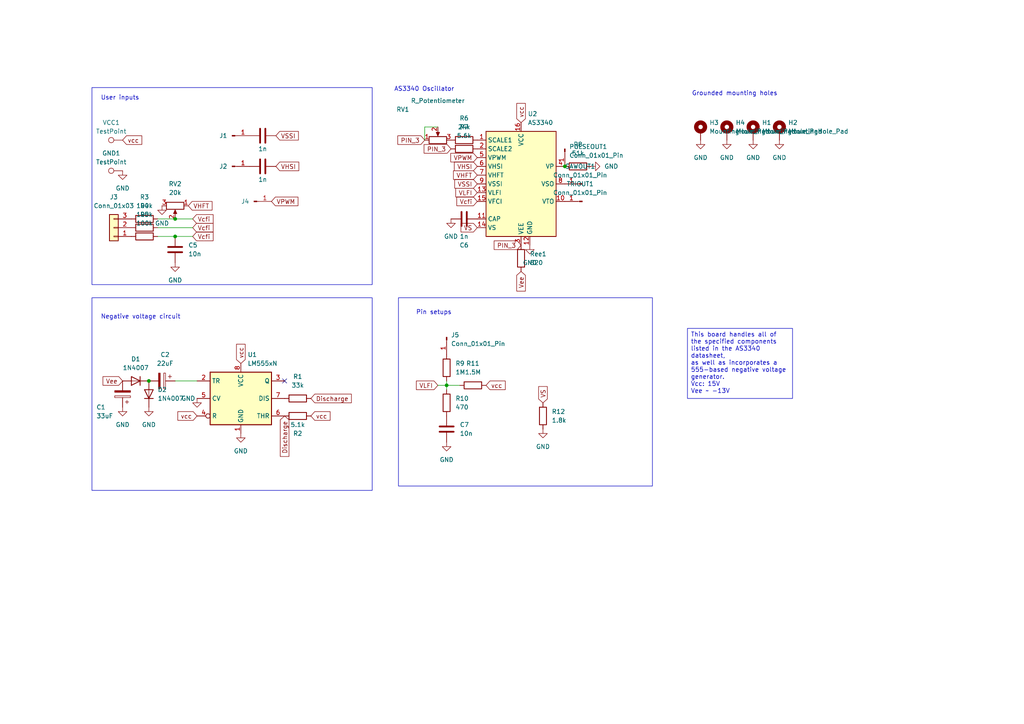
<source format=kicad_sch>
(kicad_sch (version 20230121) (generator eeschema)
  (paper "A4")
  (lib_symbols
    (symbol "Audio:AS3340"
      (property "Reference" "U" (at -5.08 17.78 0))
      (property "Value" "AS3340" (at 5.08 17.78 0))
      (symbol "AS3340_0_1"
        (rectangle (start -10.16 15.24) (end 10.16 -15.24) (stroke (width 0.254)) (fill (type background)))
      )
      (symbol "AS3340_1_1"
        (pin input line (at -12.7 12.7 0) (length 2.54) (name "SCALE1") (number "1"))
        (pin output line (at 12.7 -5.08 180) (length 2.54) (name "VTO") (number "10"))
        (pin passive line (at -12.7 -10.16 0) (length 2.54) (name "CAP") (number "11"))
        (pin power_in line (at 2.54 -17.78 90) (length 2.54) (name "GND") (number "12"))
        (pin input line (at -12.7 -2.54 0) (length 2.54) (name "VLFI") (number "13"))
        (pin passive line (at -12.7 -12.7 0) (length 2.54) (name "VS") (number "14"))
        (pin input line (at -12.7 -5.08 0) (length 2.54) (name "VFCI") (number "15"))
        (pin power_in line (at 0 17.78 270) (length 2.54) (name "VCC") (number "16"))
        (pin input line (at -12.7 10.16 0) (length 2.54) (name "SCALE2") (number "2"))
        (pin power_in line (at 0 -17.78 90) (length 2.54) (name "VEE") (number "3"))
        (pin output line (at 12.7 5.08 180) (length 2.54) (name "VP") (number "4"))
        (pin input line (at -12.7 7.62 0) (length 2.54) (name "VPWM") (number "5"))
        (pin input line (at -12.7 5.08 0) (length 2.54) (name "VHSI") (number "6"))
        (pin input line (at -12.7 2.54 0) (length 2.54) (name "VHFT") (number "7"))
        (pin output line (at 12.7 0 180) (length 2.54) (name "VSO") (number "8"))
        (pin input line (at -12.7 0 0) (length 2.54) (name "VSSI") (number "9"))
      )
    )
    (symbol "Connector:Conn_01x01_Pin" (pin_names (offset 1.016) hide)
      (property "Reference" "J" (at 0 2.54 0))
      (property "Value" "Conn_01x01_Pin" (at 0 -2.54 0))
      (symbol "Conn_01x01_Pin_1_1"
        (polyline (pts (xy 1.27 0) (xy 0.8636 0)) (stroke (width 0.1524)))
        (rectangle (start 0.8636 0.127) (end 0 -0.127) (stroke (width 0.1524)) (fill (type outline)))
        (pin passive line (at 5.08 0 180) (length 3.81) (name "Pin_1") (number "1"))
      )
    )
    (symbol "Connector:TestPoint" (pin_numbers hide) (pin_names (offset 0.762) hide)
      (property "Reference" "TP" (at 0 6.858 0))
      (property "Value" "TestPoint" (at 0 5.08 0))
      (symbol "TestPoint_0_1"
        (circle (center 0 3.302) (radius 0.762))
      )
      (symbol "TestPoint_1_1"
        (pin passive line (at 0 0 90) (length 2.54) (name "1") (number "1"))
      )
    )
    (symbol "Connector_Generic:Conn_01x03" (pin_names (offset 1.016) hide)
      (property "Reference" "J" (at 0 5.08 0))
      (property "Value" "Conn_01x03" (at 0 -5.08 0))
      (symbol "Conn_01x03_1_1"
        (rectangle (start -1.27 -2.413) (end 0 -2.667) (stroke (width 0.1524)))
        (rectangle (start -1.27 0.127) (end 0 -0.127) (stroke (width 0.1524)))
        (rectangle (start -1.27 2.667) (end 0 2.413) (stroke (width 0.1524)))
        (rectangle (start -1.27 3.81) (end 1.27 -3.81) (stroke (width 0.254)) (fill (type background)))
        (pin passive line (at -5.08 2.54 0) (length 3.81) (name "Pin_1") (number "1"))
        (pin passive line (at -5.08 0 0) (length 3.81) (name "Pin_2") (number "2"))
        (pin passive line (at -5.08 -2.54 0) (length 3.81) (name "Pin_3") (number "3"))
      )
    )
    (symbol "Device:C" (pin_numbers hide) (pin_names (offset 0.254))
      (property "Reference" "C" (at 0.635 2.54 0))
      (property "Value" "C" (at 0.635 -2.54 0))
      (symbol "C_0_1"
        (polyline (pts (xy -2.032 -0.762) (xy 2.032 -0.762)) (stroke (width 0.508)))
        (polyline (pts (xy -2.032 0.762) (xy 2.032 0.762)) (stroke (width 0.508)))
      )
      (symbol "C_1_1"
        (pin passive line (at 0 3.81 270) (length 2.794) (name "~") (number "1"))
        (pin passive line (at 0 -3.81 90) (length 2.794) (name "~") (number "2"))
      )
    )
    (symbol "Device:C_Polarized" (pin_numbers hide) (pin_names (offset 0.254))
      (property "Reference" "C" (at 0.635 2.54 0))
      (property "Value" "C_Polarized" (at 0.635 -2.54 0))
      (symbol "C_Polarized_0_1"
        (rectangle (start -2.286 0.508) (end 2.286 1.016))
        (polyline (pts (xy -1.778 2.286) (xy -0.762 2.286)))
        (polyline (pts (xy -1.27 2.794) (xy -1.27 1.778)))
        (rectangle (start 2.286 -0.508) (end -2.286 -1.016) (fill (type outline)))
      )
      (symbol "C_Polarized_1_1"
        (pin passive line (at 0 3.81 270) (length 2.794) (name "~") (number "1"))
        (pin passive line (at 0 -3.81 90) (length 2.794) (name "~") (number "2"))
      )
    )
    (symbol "Device:R" (pin_numbers hide) (pin_names (offset 0))
      (property "Reference" "R" (at 2.032 0 90))
      (property "Value" "R" (at 0 0 90))
      (symbol "R_0_1"
        (rectangle (start -1.016 -2.54) (end 1.016 2.54) (stroke (width 0.254)))
      )
      (symbol "R_1_1"
        (pin passive line (at 0 3.81 270) (length 1.27) (name "~") (number "1"))
        (pin passive line (at 0 -3.81 90) (length 1.27) (name "~") (number "2"))
      )
    )
    (symbol "Device:R_Potentiometer" (pin_names (offset 1.016) hide)
      (property "Reference" "RV" (at -4.445 0 90))
      (property "Value" "R_Potentiometer" (at -2.54 0 90))
      (symbol "R_Potentiometer_0_1"
        (polyline (pts (xy 2.54 0) (xy 1.524 0)))
        (polyline (pts (xy 1.143 0) (xy 2.286 0.508) (xy 2.286 -0.508) (xy 1.143 0)) (fill (type outline)))
        (rectangle (start 1.016 2.54) (end -1.016 -2.54) (stroke (width 0.254)))
      )
      (symbol "R_Potentiometer_1_1"
        (pin passive line (at 0 3.81 270) (length 1.27) (name "1") (number "1"))
        (pin passive line (at 3.81 0 180) (length 1.27) (name "2") (number "2"))
        (pin passive line (at 0 -3.81 90) (length 1.27) (name "3") (number "3"))
      )
    )
    (symbol "Diode:1N4007" (pin_numbers hide) (pin_names hide)
      (property "Reference" "D" (at 0 2.54 0))
      (property "Value" "1N4007" (at 0 -2.54 0))
      (symbol "1N4007_0_1"
        (polyline (pts (xy -1.27 1.27) (xy -1.27 -1.27)) (stroke (width 0.254)))
        (polyline (pts (xy 1.27 0) (xy -1.27 0)))
        (polyline (pts (xy 1.27 1.27) (xy 1.27 -1.27) (xy -1.27 0) (xy 1.27 1.27)) (stroke (width 0.254)))
      )
      (symbol "1N4007_1_1"
        (pin passive line (at -3.81 0 0) (length 2.54) (name "K") (number "1"))
        (pin passive line (at 3.81 0 180) (length 2.54) (name "A") (number "2"))
      )
    )
    (symbol "Mechanical:MountingHole_Pad" (pin_numbers hide) (pin_names (offset 1.016) hide)
      (property "Reference" "H" (at 0 6.35 0))
      (property "Value" "MountingHole_Pad" (at 0 4.445 0))
      (symbol "MountingHole_Pad_0_1"
        (circle (center 0 1.27) (radius 1.27) (stroke (width 1.27)))
      )
      (symbol "MountingHole_Pad_1_1"
        (pin input line (at 0 -2.54 90) (length 2.54) (name "1") (number "1"))
      )
    )
    (symbol "Timer:LM555xN"
      (property "Reference" "U" (at -10.16 8.89 0))
      (property "Value" "LM555xN" (at 2.54 8.89 0))
      (symbol "LM555xN_0_0"
        (pin power_in line (at 0 -10.16 90) (length 2.54) (name "GND") (number "1"))
        (pin power_in line (at 0 10.16 270) (length 2.54) (name "VCC") (number "8"))
      )
      (symbol "LM555xN_0_1"
        (rectangle (start -8.89 -7.62) (end 8.89 7.62) (stroke (width 0.254)) (fill (type background)))
        (rectangle (start -8.89 -7.62) (end 8.89 7.62) (stroke (width 0.254)) (fill (type background)))
      )
      (symbol "LM555xN_1_1"
        (pin input line (at -12.7 5.08 0) (length 3.81) (name "TR") (number "2"))
        (pin output line (at 12.7 5.08 180) (length 3.81) (name "Q") (number "3"))
        (pin input inverted (at -12.7 -5.08 0) (length 3.81) (name "R") (number "4"))
        (pin input line (at -12.7 0 0) (length 3.81) (name "CV") (number "5"))
        (pin input line (at 12.7 -5.08 180) (length 3.81) (name "THR") (number "6"))
        (pin input line (at 12.7 0 180) (length 3.81) (name "DIS") (number "7"))
      )
    )
    (symbol "power:GND" (power) (pin_names (offset 0))
      (property "Value" "GND" (at 0 -3.81 0))
      (symbol "GND_0_1"
        (polyline (pts (xy 0 0) (xy 0 -1.27) (xy 1.27 -1.27) (xy 0 -2.54) (xy -1.27 -1.27) (xy 0 -1.27)))
      )
      (symbol "GND_1_1"
        (pin power_in line (at 0 0 270) (length 0) hide (name "GND") (number "1"))
      )
    )
  )
  (junction (at 50.8 68.58))
  (junction (at 163.83 48.26))
  (junction (at 129.54 111.76))
  (junction (at 43.18 110.49))
  (junction (at 50.8 63.5))
  (no_connect (at 82.55 110.49))
  (wire (pts (xy 123.19 36.83) (xy 127 36.83)))
  (wire (pts (xy 129.54 111.76) (xy 129.54 113.03)))
  (wire (pts (xy 123.19 40.64) (xy 123.19 36.83)))
  (wire (pts (xy 129.54 111.76) (xy 133.35 111.76)))
  (wire (pts (xy 50.8 68.58) (xy 45.72 68.58)))
  (wire (pts (xy 45.72 63.5) (xy 50.8 63.5)))
  (wire (pts (xy 127 111.76) (xy 129.54 111.76)))
  (wire (pts (xy 50.8 63.5) (xy 55.88 63.5)))
  (wire (pts (xy 129.54 110.49) (xy 129.54 111.76)))
  (wire (pts (xy 55.88 68.58) (xy 50.8 68.58)))
  (wire (pts (xy 55.88 66.04) (xy 45.72 66.04)))
  (wire (pts (xy 50.8 110.49) (xy 57.15 110.49)))
  (text_box "This board handles all of the specified components listed in the AS3340 datasheet, \nas well as incorporates a 555-based negative voltage generator.\nVcc: 15V\nVee ~ -13V\n" (at 199.39 95.25 0) (size 30.48 20.32) (effects (font (size 1.27 1.27)) (justify left top)))
  (text_box "" (at 26.67 86.36 0) (size 81.28 55.88) (effects (font (size 1.27 1.27)) (justify left top)))
  (text_box "" (at 26.67 25.4 0) (size 81.28 57.15) (effects (font (size 1.27 1.27)) (justify left top)))
  (text_box "" (at 115.57 86.36 0) (size 73.66 54.61) (effects (font (size 1.27 1.27)) (justify left top)))
  (text "AS3340 Oscillator" (at 114.3 26.67 0) (effects (font (size 1.27 1.27)) (justify left bottom)))
  (text "Negative voltage circuit" (at 29.21 92.71 0) (effects (font (size 1.27 1.27)) (justify left bottom)))
  (text "User inputs" (at 29.21 29.21 0) (effects (font (size 1.27 1.27)) (justify left bottom)))
  (text "Grounded mounting holes" (at 200.66 27.94 0) (effects (font (size 1.27 1.27)) (justify left bottom)))
  (text "Pin setups" (at 120.65 91.44 0) (effects (font (size 1.27 1.27)) (justify left bottom)))
  (global_label "vcc" (shape input) (at 151.13 35.56 90) (property "Intersheetrefs" "${INTERSHEET_REFS}" (effects hide)))
  (global_label "VHSI" (shape input) (at 138.43 48.26 180) (property "Intersheetrefs" "${INTERSHEET_REFS}" (effects hide)))
  (global_label "PIN_3" (shape input) (at 151.13 71.12 180) (property "Intersheetrefs" "${INTERSHEET_REFS}" (effects hide)))
  (global_label "VHFT" (shape input) (at 54.61 59.69 0) (property "Intersheetrefs" "${INTERSHEET_REFS}" (effects hide)))
  (global_label "PIN_3" (shape input) (at 123.19 40.64 180) (property "Intersheetrefs" "${INTERSHEET_REFS}" (effects hide)))
  (global_label "VHSI" (shape input) (at 80.01 48.26 0) (property "Intersheetrefs" "${INTERSHEET_REFS}" (effects hide)))
  (global_label "Vcfi" (shape input) (at 55.88 63.5 0) (property "Intersheetrefs" "${INTERSHEET_REFS}" (effects hide)))
  (global_label "VPWM" (shape input) (at 78.74 58.42 0) (property "Intersheetrefs" "${INTERSHEET_REFS}" (effects hide)))
  (global_label "Vee" (shape input) (at 35.56 110.49 180) (property "Intersheetrefs" "${INTERSHEET_REFS}" (effects hide)))
  (global_label "VPWM" (shape input) (at 138.43 45.72 180) (property "Intersheetrefs" "${INTERSHEET_REFS}" (effects hide)))
  (global_label "Discharge" (shape input) (at 90.17 115.57 0) (property "Intersheetrefs" "${INTERSHEET_REFS}" (effects hide)))
  (global_label "PIN_3" (shape input) (at 130.81 43.18 180) (property "Intersheetrefs" "${INTERSHEET_REFS}" (effects hide)))
  (global_label "vcc" (shape input) (at 90.17 120.65 0) (property "Intersheetrefs" "${INTERSHEET_REFS}" (effects hide)))
  (global_label "vcc" (shape input) (at 69.85 105.41 90) (property "Intersheetrefs" "${INTERSHEET_REFS}" (effects hide)))
  (global_label "Vcfi" (shape input) (at 55.88 66.04 0) (property "Intersheetrefs" "${INTERSHEET_REFS}" (effects hide)))
  (global_label "VHFT" (shape input) (at 138.43 50.8 180) (property "Intersheetrefs" "${INTERSHEET_REFS}" (effects hide)))
  (global_label "VSSI" (shape input) (at 80.01 39.37 0) (property "Intersheetrefs" "${INTERSHEET_REFS}" (effects hide)))
  (global_label "VLFI" (shape input) (at 127 111.76 180) (property "Intersheetrefs" "${INTERSHEET_REFS}" (effects hide)))
  (global_label "Vcfi" (shape input) (at 138.43 58.42 180) (property "Intersheetrefs" "${INTERSHEET_REFS}" (effects hide)))
  (global_label "Vcfi" (shape input) (at 55.88 68.58 0) (property "Intersheetrefs" "${INTERSHEET_REFS}" (effects hide)))
  (global_label "vcc" (shape input) (at 140.97 111.76 0) (property "Intersheetrefs" "${INTERSHEET_REFS}" (effects hide)))
  (global_label "VLFI" (shape input) (at 138.43 55.88 180) (property "Intersheetrefs" "${INTERSHEET_REFS}" (effects hide)))
  (global_label "vcc" (shape input) (at 35.56 40.64 0) (property "Intersheetrefs" "${INTERSHEET_REFS}" (effects hide)))
  (global_label "VSSI" (shape input) (at 138.43 53.34 180) (property "Intersheetrefs" "${INTERSHEET_REFS}" (effects hide)))
  (global_label "vcc" (shape input) (at 57.15 120.65 180) (property "Intersheetrefs" "${INTERSHEET_REFS}" (effects hide)))
  (global_label "Discharge" (shape input) (at 82.55 120.65 270) (property "Intersheetrefs" "${INTERSHEET_REFS}" (effects hide)))
  (global_label "Vee" (shape input) (at 151.13 78.74 270) (property "Intersheetrefs" "${INTERSHEET_REFS}" (effects hide)))
  (global_label "VS" (shape input) (at 157.48 116.84 90) (property "Intersheetrefs" "${INTERSHEET_REFS}" (effects hide)))
  (global_label "VS" (shape input) (at 138.43 66.04 180) (property "Intersheetrefs" "${INTERSHEET_REFS}" (effects hide)))
  (symbol (lib_id "Mechanical:MountingHole_Pad") (at 210.82 38.1 0) (unit 1)
    (property "Reference" "H4" (at 213.36 35.56 0) (effects (justify left)))
    (property "Value" "MountingHole_Pad" (at 213.36 38.1 0) (effects (justify left)))
    (property "Footprint" "MountingHole:MountingHole_3.2mm_M3_Pad" (effects hide))
  )
  (symbol (lib_id "Device:C") (at 129.54 124.46 180) (unit 1)
    (property "Reference" "C7" (at 133.35 123.19 0) (effects (justify right)))
    (property "Value" "10n" (at 133.35 125.73 0) (effects (justify right)))
    (property "Footprint" "Capacitor_SMD:C_1206_3216Metric_Pad1.33x1.80mm_HandSolder" (effects hide))
  )
  (symbol (lib_id "Connector:TestPoint") (at 35.56 49.53 90) (unit 1)
    (property "Reference" "GND1" (at 32.258 44.45 90))
    (property "Value" "TestPoint" (at 32.258 46.99 90))
    (property "Footprint" "TestPoint:TestPoint_Pad_D2.0mm" (effects hide))
  )
  (symbol (lib_id "Connector:Conn_01x01_Pin") (at 67.31 48.26 0) (unit 1)
    (property "Reference" "J2" (at 64.77 48.26 0))
    (property "Value" "Conn_01x01_Pin" (effects hide))
    (property "Footprint" "Connector_PinSocket_2.54mm:PinSocket_1x01_P2.54mm_Vertical" (effects hide))
  )
  (symbol (lib_id "Device:R_Potentiometer") (at 50.8 59.69 270) (unit 1)
    (property "Reference" "RV2" (at 50.8 53.34 90))
    (property "Value" "20k" (at 50.8 55.88 90))
    (property "Footprint" "Potentiometer_SMD:Potentiometer_ACP_CA6-VSMD_Vertical" (effects hide))
  )
  (symbol (lib_id "Connector:Conn_01x01_Pin") (at 163.83 43.18 270) (unit 1)
    (property "Reference" "PULSEOUT1" (at 165.1 42.545 90) (effects (justify left)))
    (property "Value" "Conn_01x01_Pin" (at 165.1 45.085 90) (effects (justify left)))
    (property "Footprint" "Connector_PinSocket_2.54mm:PinSocket_1x01_P2.54mm_Vertical" (effects hide))
  )
  (symbol (lib_id "Mechanical:MountingHole_Pad") (at 226.06 38.1 0) (unit 1)
    (property "Reference" "H2" (at 228.6 35.56 0) (effects (justify left)))
    (property "Value" "MountingHole_Pad" (at 228.6 38.1 0) (effects (justify left)))
    (property "Footprint" "MountingHole:MountingHole_3.2mm_M3_Pad" (effects hide))
  )
  (symbol (lib_id "power:GND") (at 157.48 124.46 0) (unit 1)
    (property "Reference" "#PWR012" (effects hide))
    (property "Value" "GND" (at 157.48 129.54 0))
  )
  (symbol (lib_id "power:GND") (at 218.44 40.64 0) (unit 1)
    (property "Reference" "#PWR013" (effects hide))
    (property "Value" "GND" (at 218.44 45.72 0))
  )
  (symbol (lib_id "power:GND") (at 50.8 76.2 0) (unit 1)
    (property "Reference" "#PWR07" (effects hide))
    (property "Value" "GND" (at 50.8 81.28 0))
  )
  (symbol (lib_id "power:GND") (at 57.15 115.57 0) (unit 1)
    (property "Reference" "#PWR03" (effects hide))
    (property "Value" "GND" (at 54.61 115.57 0))
  )
  (symbol (lib_id "Device:R") (at 129.54 106.68 180) (unit 1)
    (property "Reference" "R9" (at 132.08 105.41 0) (effects (justify right)))
    (property "Value" "1M" (at 132.08 107.95 0) (effects (justify right)))
    (property "Footprint" "Resistor_SMD:R_1206_3216Metric_Pad1.30x1.75mm_HandSolder" (effects hide))
  )
  (symbol (lib_id "power:GND") (at 46.99 59.69 0) (unit 1)
    (property "Reference" "#PWR06" (effects hide))
    (property "Value" "GND" (at 46.99 64.77 0))
  )
  (symbol (lib_id "power:GND") (at 210.82 40.64 0) (unit 1)
    (property "Reference" "#PWR014" (effects hide))
    (property "Value" "GND" (at 210.82 45.72 0))
  )
  (symbol (lib_id "Device:R_Potentiometer") (at 127 40.64 90) (unit 1)
    (property "Reference" "RV1" (at 116.84 31.75 90))
    (property "Value" "R_Potentiometer" (at 127 29.21 90))
    (property "Footprint" "Potentiometer_SMD:Potentiometer_ACP_CA6-VSMD_Vertical" (effects hide))
  )
  (symbol (lib_id "Mechanical:MountingHole_Pad") (at 218.44 38.1 0) (unit 1)
    (property "Reference" "H1" (at 220.98 35.56 0) (effects (justify left)))
    (property "Value" "MountingHole_Pad" (at 220.98 38.1 0) (effects (justify left)))
    (property "Footprint" "MountingHole:MountingHole_3.2mm_M3_Pad" (effects hide))
  )
  (symbol (lib_id "Timer:LM555xN") (at 69.85 115.57 0) (unit 1)
    (property "Reference" "U1" (at 71.8059 102.87 0) (effects (justify left)))
    (property "Value" "LM555xN" (at 71.8059 105.41 0) (effects (justify left)))
    (property "Footprint" "Package_DIP:DIP-8_W7.62mm" (effects hide))
    (property "Datasheet" "http://www.ti.com/lit/ds/symlink/lm555.pdf" (effects hide))
  )
  (symbol (lib_id "power:GND") (at 129.54 128.27 0) (unit 1)
    (property "Reference" "#PWR010" (effects hide))
    (property "Value" "GND" (at 129.54 133.35 0))
  )
  (symbol (lib_id "power:GND") (at 153.67 71.12 0) (unit 1)
    (property "Reference" "#PWR09" (effects hide))
    (property "Value" "GND" (at 153.67 76.2 0))
  )
  (symbol (lib_id "Device:R") (at 41.91 66.04 90) (unit 1)
    (property "Reference" "R4" (at 41.91 59.69 90))
    (property "Value" "100k" (at 41.91 62.23 90))
    (property "Footprint" "Resistor_SMD:R_1206_3216Metric_Pad1.30x1.75mm_HandSolder" (effects hide))
  )
  (symbol (lib_id "Device:R") (at 151.13 74.93 0) (unit 1)
    (property "Reference" "Ree1" (at 153.67 73.66 0) (effects (justify left)))
    (property "Value" "820" (at 153.67 76.2 0) (effects (justify left)))
    (property "Footprint" "Resistor_SMD:R_1206_3216Metric_Pad1.30x1.75mm_HandSolder" (effects hide))
  )
  (symbol (lib_id "Connector:Conn_01x01_Pin") (at 67.31 39.37 0) (unit 1)
    (property "Reference" "J1" (at 64.77 39.37 0))
    (property "Value" "Conn_01x01_Pin" (effects hide))
    (property "Footprint" "Connector_PinSocket_2.54mm:PinSocket_1x01_P2.54mm_Vertical" (effects hide))
  )
  (symbol (lib_id "Device:R") (at 86.36 120.65 90) (unit 1)
    (property "Reference" "R2" (at 86.36 125.73 90))
    (property "Value" "5.1k" (at 86.36 123.19 90))
    (property "Footprint" "Resistor_SMD:R_1206_3216Metric_Pad1.30x1.75mm_HandSolder" (effects hide))
  )
  (symbol (lib_id "Device:C_Polarized") (at 46.99 110.49 270) (unit 1)
    (property "Reference" "C2" (at 47.879 102.87 90))
    (property "Value" "22uF" (at 47.879 105.41 90))
    (property "Footprint" "Capacitor_THT:CP_Radial_D6.3mm_P2.50mm" (effects hide))
  )
  (symbol (lib_id "power:GND") (at 171.45 48.26 90) (unit 1)
    (property "Reference" "#PWR011" (effects hide))
    (property "Value" "GND" (at 175.26 48.26 90) (effects (justify right)))
  )
  (symbol (lib_id "Connector:Conn_01x01_Pin") (at 168.91 53.34 180) (unit 1)
    (property "Reference" "SAWOUT1" (at 168.275 48.26 0))
    (property "Value" "Conn_01x01_Pin" (at 168.275 50.8 0))
    (property "Footprint" "Connector_PinSocket_2.54mm:PinSocket_1x01_P2.54mm_Vertical" (effects hide))
  )
  (symbol (lib_id "Device:C") (at 76.2 39.37 90) (unit 1)
    (property "Reference" "C3" (effects hide))
    (property "Value" "1n" (at 76.2 43.18 90))
    (property "Footprint" "Capacitor_SMD:C_1206_3216Metric_Pad1.33x1.80mm_HandSolder" (effects hide))
  )
  (symbol (lib_id "Connector:TestPoint") (at 35.56 40.64 90) (unit 1)
    (property "Reference" "VCC1" (at 32.258 35.56 90))
    (property "Value" "TestPoint" (at 32.258 38.1 90))
    (property "Footprint" "TestPoint:TestPoint_Pad_D2.0mm" (effects hide))
  )
  (symbol (lib_id "Connector_Generic:Conn_01x03") (at 33.02 66.04 180) (unit 1)
    (property "Reference" "J3" (at 33.02 57.15 0))
    (property "Value" "Conn_01x03" (at 33.02 59.69 0))
    (property "Footprint" "Connector_PinSocket_2.54mm:PinSocket_1x03_P2.54mm_Vertical" (effects hide))
  )
  (symbol (lib_id "Connector:Conn_01x01_Pin") (at 168.91 58.42 180) (unit 1)
    (property "Reference" "TRIOUT1" (at 168.275 53.34 0))
    (property "Value" "Conn_01x01_Pin" (at 168.275 55.88 0))
    (property "Footprint" "Connector_PinSocket_2.54mm:PinSocket_1x01_P2.54mm_Vertical" (effects hide))
  )
  (symbol (lib_id "Device:C") (at 50.8 72.39 180) (unit 1)
    (property "Reference" "C5" (at 54.61 71.12 0) (effects (justify right)))
    (property "Value" "10n" (at 54.61 73.66 0) (effects (justify right)))
    (property "Footprint" "Capacitor_SMD:C_1206_3216Metric_Pad1.33x1.80mm_HandSolder" (effects hide))
  )
  (symbol (lib_id "power:GND") (at 203.2 40.64 0) (unit 1)
    (property "Reference" "#PWR015" (effects hide))
    (property "Value" "GND" (at 203.2 45.72 0))
  )
  (symbol (lib_id "Device:C") (at 134.62 63.5 90) (unit 1)
    (property "Reference" "C6" (at 134.62 71.12 90))
    (property "Value" "1n" (at 134.62 68.58 90))
    (property "Footprint" "Capacitor_SMD:C_1206_3216Metric_Pad1.33x1.80mm_HandSolder" (effects hide))
  )
  (symbol (lib_id "Audio:AS3340") (at 151.13 53.34 0) (unit 1)
    (property "Reference" "U2" (at 153.0859 33.02 0) (effects (justify left)))
    (property "Value" "AS3340" (at 153.0859 35.56 0) (effects (justify left)))
    (property "Footprint" "Package_DIP:DIP-16_W7.62mm_LongPads" (effects hide))
    (property "Datasheet" "http://www.alfarzpp.lv/eng/sc/AS3340.pdf" (effects hide))
  )
  (symbol (lib_id "Diode:1N4007") (at 39.37 110.49 180) (unit 1)
    (property "Reference" "D1" (at 39.37 104.14 0))
    (property "Value" "1N4007" (at 39.37 106.68 0))
    (property "Footprint" "Diode_THT:D_DO-41_SOD81_P7.62mm_Horizontal" (effects hide))
    (property "Datasheet" "http://www.vishay.com/docs/88503/1n4001.pdf" (effects hide))
    (property "Sim.Device" "D" (effects hide))
    (property "Sim.Pins" "1=K 2=A" (effects hide))
  )
  (symbol (lib_id "Device:R") (at 167.64 48.26 270) (unit 1)
    (property "Reference" "R8" (at 167.64 41.91 90))
    (property "Value" "51k" (at 167.64 44.45 90))
    (property "Footprint" "Resistor_SMD:R_1206_3216Metric_Pad1.30x1.75mm_HandSolder" (effects hide))
  )
  (symbol (lib_id "Device:R") (at 134.62 40.64 90) (unit 1)
    (property "Reference" "R6" (at 134.62 34.29 90))
    (property "Value" "24k" (at 134.62 36.83 90))
    (property "Footprint" "Resistor_SMD:R_1206_3216Metric_Pad1.30x1.75mm_HandSolder" (effects hide))
  )
  (symbol (lib_id "power:GND") (at 226.06 40.64 0) (unit 1)
    (property "Reference" "#PWR016" (effects hide))
    (property "Value" "GND" (at 226.06 45.72 0))
  )
  (symbol (lib_id "Device:R") (at 86.36 115.57 270) (unit 1)
    (property "Reference" "R1" (at 86.36 109.22 90))
    (property "Value" "33k" (at 86.36 111.76 90))
    (property "Footprint" "Resistor_SMD:R_1206_3216Metric_Pad1.30x1.75mm_HandSolder" (effects hide))
  )
  (symbol (lib_id "Device:C") (at 76.2 48.26 90) (unit 1)
    (property "Reference" "C4" (effects hide))
    (property "Value" "1n" (at 76.2 52.07 90))
    (property "Footprint" "Capacitor_SMD:C_1206_3216Metric_Pad1.33x1.80mm_HandSolder" (effects hide))
  )
  (symbol (lib_id "power:GND") (at 69.85 125.73 0) (unit 1)
    (property "Reference" "#PWR05" (effects hide))
    (property "Value" "GND" (at 69.85 130.81 0))
  )
  (symbol (lib_id "Device:R") (at 41.91 68.58 90) (unit 1)
    (property "Reference" "R5" (at 41.91 62.23 90))
    (property "Value" "100k" (at 41.91 64.77 90))
    (property "Footprint" "Resistor_SMD:R_1206_3216Metric_Pad1.30x1.75mm_HandSolder" (effects hide))
  )
  (symbol (lib_id "Device:R") (at 157.48 120.65 0) (unit 1)
    (property "Reference" "R12" (at 160.02 119.38 0) (effects (justify left)))
    (property "Value" "1.8k" (at 160.02 121.92 0) (effects (justify left)))
    (property "Footprint" "Resistor_SMD:R_1206_3216Metric_Pad1.30x1.75mm_HandSolder" (effects hide))
  )
  (symbol (lib_id "Device:R") (at 129.54 116.84 180) (unit 1)
    (property "Reference" "R10" (at 132.08 115.57 0) (effects (justify right)))
    (property "Value" "470" (at 132.08 118.11 0) (effects (justify right)))
    (property "Footprint" "Resistor_SMD:R_1206_3216Metric_Pad1.30x1.75mm_HandSolder" (effects hide))
  )
  (symbol (lib_id "power:GND") (at 130.81 63.5 0) (unit 1)
    (property "Reference" "#PWR08" (effects hide))
    (property "Value" "GND" (at 130.81 68.58 0))
  )
  (symbol (lib_id "Connector:Conn_01x01_Pin") (at 129.54 97.79 270) (unit 1)
    (property "Reference" "J5" (at 130.81 97.155 90) (effects (justify left)))
    (property "Value" "Conn_01x01_Pin" (at 130.81 99.695 90) (effects (justify left)))
    (property "Footprint" "Connector_PinSocket_2.54mm:PinSocket_1x01_P2.54mm_Vertical" (effects hide))
  )
  (symbol (lib_id "Device:R") (at 41.91 63.5 90) (unit 1)
    (property "Reference" "R3" (at 41.91 57.15 90))
    (property "Value" "100k" (at 41.91 59.69 90))
    (property "Footprint" "Resistor_SMD:R_1206_3216Metric_Pad1.30x1.75mm_HandSolder" (effects hide))
  )
  (symbol (lib_id "Device:R") (at 137.16 111.76 90) (unit 1)
    (property "Reference" "R11" (at 137.16 105.41 90))
    (property "Value" "1.5M" (at 137.16 107.95 90))
    (property "Footprint" "Resistor_SMD:R_1206_3216Metric_Pad1.30x1.75mm_HandSolder" (effects hide))
  )
  (symbol (lib_id "Diode:1N4007") (at 43.18 114.3 90) (unit 1)
    (property "Reference" "D2" (at 45.72 113.03 90) (effects (justify right)))
    (property "Value" "1N4007" (at 45.72 115.57 90) (effects (justify right)))
    (property "Footprint" "Diode_THT:D_DO-41_SOD81_P7.62mm_Horizontal" (effects hide))
    (property "Datasheet" "http://www.vishay.com/docs/88503/1n4001.pdf" (effects hide))
    (property "Sim.Device" "D" (effects hide))
    (property "Sim.Pins" "1=K 2=A" (effects hide))
  )
  (symbol (lib_id "power:GND") (at 35.56 49.53 0) (unit 1)
    (property "Reference" "#PWR04" (effects hide))
    (property "Value" "GND" (at 35.56 54.61 0))
  )
  (symbol (lib_id "power:GND") (at 35.56 118.11 0) (unit 1)
    (property "Reference" "#PWR01" (effects hide))
    (property "Value" "GND" (at 35.56 123.19 0))
  )
  (symbol (lib_id "Device:C_Polarized") (at 35.56 114.3 180) (unit 1)
    (property "Reference" "C1" (at 27.94 118.11 0) (effects (justify right)))
    (property "Value" "33uF" (at 27.94 120.65 0) (effects (justify right)))
    (property "Footprint" "Capacitor_THT:CP_Radial_D6.3mm_P2.50mm" (effects hide))
  )
  (symbol (lib_id "Mechanical:MountingHole_Pad") (at 203.2 38.1 0) (unit 1)
    (property "Reference" "H3" (at 205.74 35.56 0) (effects (justify left)))
    (property "Value" "MountingHole_Pad" (at 205.74 38.1 0) (effects (justify left)))
    (property "Footprint" "MountingHole:MountingHole_3.2mm_M3_Pad" (effects hide))
  )
  (symbol (lib_id "Device:R") (at 134.62 43.18 90) (unit 1)
    (property "Reference" "R7" (at 134.62 36.83 90))
    (property "Value" "5.6k" (at 134.62 39.37 90))
    (property "Footprint" "Resistor_SMD:R_1206_3216Metric_Pad1.30x1.75mm_HandSolder" (effects hide))
  )
  (symbol (lib_id "power:GND") (at 43.18 118.11 0) (unit 1)
    (property "Reference" "#PWR02" (effects hide))
    (property "Value" "GND" (at 43.18 123.19 0))
  )
  (symbol (lib_id "Connector:Conn_01x01_Pin") (at 73.66 58.42 0) (unit 1)
    (property "Reference" "J4" (at 71.12 58.42 0))
    (property "Value" "Conn_01x01_Pin" (effects hide))
    (property "Footprint" "Connector_PinSocket_2.54mm:PinSocket_1x01_P2.54mm_Vertical" (effects hide))
  )
)
</source>
